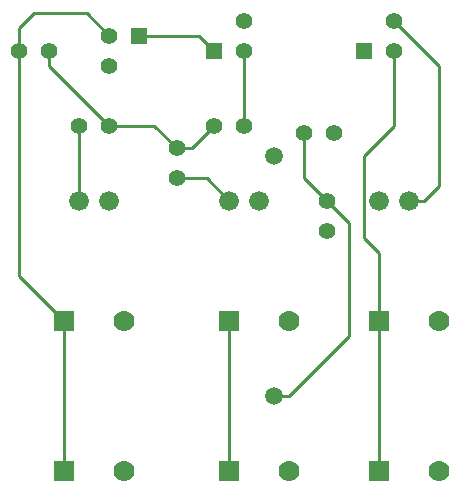
<source format=gbl>
G04 (created by PCBNEW (2013-jul-07)-stable) date Friday 21 August 2015 09:51:10 AM IST*
%MOIN*%
G04 Gerber Fmt 3.4, Leading zero omitted, Abs format*
%FSLAX34Y34*%
G01*
G70*
G90*
G04 APERTURE LIST*
%ADD10C,0.00590551*%
%ADD11R,0.055X0.055*%
%ADD12C,0.055*%
%ADD13C,0.066*%
%ADD14R,0.07X0.07*%
%ADD15C,0.07*%
%ADD16C,0.0590551*%
%ADD17C,0.01*%
G04 APERTURE END LIST*
G54D10*
G54D11*
X98500Y-72000D03*
G54D12*
X99500Y-72000D03*
X99500Y-71000D03*
G54D11*
X93500Y-72000D03*
G54D12*
X94500Y-72000D03*
X94500Y-71000D03*
G54D11*
X91000Y-71500D03*
G54D12*
X90000Y-71500D03*
X90000Y-72500D03*
X90000Y-74500D03*
X89000Y-74500D03*
X97250Y-77000D03*
X97250Y-78000D03*
X96500Y-74750D03*
X97500Y-74750D03*
X93500Y-74500D03*
X94500Y-74500D03*
X92250Y-75250D03*
X92250Y-76250D03*
X88000Y-72000D03*
X87000Y-72000D03*
G54D13*
X94000Y-77000D03*
X95000Y-77000D03*
X99000Y-77000D03*
X100000Y-77000D03*
X89000Y-77000D03*
X90000Y-77000D03*
G54D14*
X94000Y-86000D03*
G54D15*
X96000Y-86000D03*
G54D14*
X94000Y-81000D03*
G54D15*
X96000Y-81000D03*
G54D14*
X88500Y-81000D03*
G54D15*
X90500Y-81000D03*
G54D14*
X99000Y-86000D03*
G54D15*
X101000Y-86000D03*
G54D14*
X99000Y-81000D03*
G54D15*
X101000Y-81000D03*
G54D14*
X88500Y-86000D03*
G54D15*
X90500Y-86000D03*
G54D16*
X95500Y-75500D03*
X95500Y-83500D03*
G54D17*
X96500Y-74750D02*
X96500Y-76250D01*
X96500Y-76250D02*
X97250Y-77000D01*
X95500Y-83500D02*
X96000Y-83500D01*
X98000Y-77750D02*
X97250Y-77000D01*
X98000Y-81500D02*
X98000Y-77750D01*
X96000Y-83500D02*
X98000Y-81500D01*
X88000Y-72000D02*
X88000Y-72500D01*
X88000Y-72500D02*
X90000Y-74500D01*
X90000Y-74500D02*
X91500Y-74500D01*
X91500Y-74500D02*
X92250Y-75250D01*
X92250Y-75250D02*
X92750Y-75250D01*
X92750Y-75250D02*
X93500Y-74500D01*
X91000Y-71500D02*
X93000Y-71500D01*
X93000Y-71500D02*
X93500Y-72000D01*
X99500Y-72000D02*
X99500Y-74500D01*
X99000Y-78750D02*
X99000Y-81000D01*
X98500Y-78250D02*
X99000Y-78750D01*
X98500Y-75500D02*
X98500Y-78250D01*
X99500Y-74500D02*
X98500Y-75500D01*
X99000Y-86000D02*
X99000Y-81000D01*
X92250Y-76250D02*
X93250Y-76250D01*
X93250Y-76250D02*
X94000Y-77000D01*
X100000Y-77000D02*
X100500Y-77000D01*
X101000Y-72500D02*
X99500Y-71000D01*
X101000Y-76500D02*
X101000Y-72500D01*
X100500Y-77000D02*
X101000Y-76500D01*
X87000Y-72000D02*
X87000Y-71250D01*
X89250Y-70750D02*
X90000Y-71500D01*
X87500Y-70750D02*
X89250Y-70750D01*
X87000Y-71250D02*
X87500Y-70750D01*
X88500Y-81000D02*
X88500Y-86000D01*
X87000Y-72000D02*
X87000Y-79500D01*
X87000Y-79500D02*
X88500Y-81000D01*
X89000Y-77000D02*
X89000Y-74500D01*
X94500Y-72000D02*
X94500Y-74500D01*
X94000Y-86000D02*
X94000Y-81000D01*
M02*

</source>
